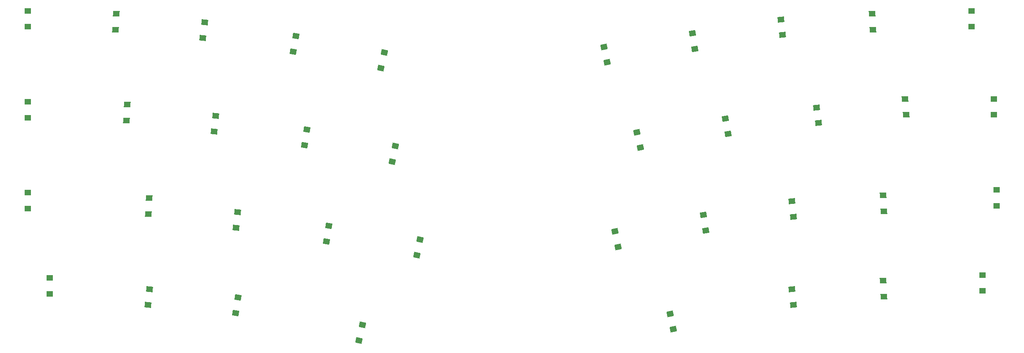
<source format=gbr>
%TF.GenerationSoftware,KiCad,Pcbnew,(6.0.4)*%
%TF.CreationDate,2022-10-12T07:30:41-07:00*%
%TF.ProjectId,tiddlywink,74696464-6c79-4776-996e-6b2e6b696361,rev?*%
%TF.SameCoordinates,Original*%
%TF.FileFunction,Paste,Bot*%
%TF.FilePolarity,Positive*%
%FSLAX46Y46*%
G04 Gerber Fmt 4.6, Leading zero omitted, Abs format (unit mm)*
G04 Created by KiCad (PCBNEW (6.0.4)) date 2022-10-12 07:30:41*
%MOMM*%
%LPD*%
G01*
G04 APERTURE LIST*
G04 Aperture macros list*
%AMRotRect*
0 Rectangle, with rotation*
0 The origin of the aperture is its center*
0 $1 length*
0 $2 width*
0 $3 Rotation angle, in degrees counterclockwise*
0 Add horizontal line*
21,1,$1,$2,0,0,$3*%
G04 Aperture macros list end*
%ADD10RotRect,1.200000X1.400000X99.000000*%
%ADD11RotRect,1.200000X1.400000X84.000000*%
%ADD12RotRect,1.200000X1.400000X81.000000*%
%ADD13R,1.400000X1.200000*%
%ADD14RotRect,1.200000X1.400000X93.000000*%
%ADD15RotRect,1.200000X1.400000X78.000000*%
%ADD16RotRect,1.200000X1.400000X102.000000*%
%ADD17RotRect,1.200000X1.400000X87.000000*%
%ADD18RotRect,1.200000X1.400000X96.000000*%
G04 APERTURE END LIST*
D10*
%TO.C,D17*%
X188384847Y-58829118D03*
X187852969Y-55470978D03*
%TD*%
D11*
%TO.C,D13*%
X77212992Y-58245422D03*
X77568388Y-54864048D03*
%TD*%
D12*
%TO.C,D14*%
X96770080Y-61210370D03*
X97301958Y-57852230D03*
%TD*%
%TO.C,D33*%
X81887255Y-97524463D03*
X82419133Y-94166323D03*
%TD*%
D11*
%TO.C,D3*%
X74831740Y-38004780D03*
X75187136Y-34623406D03*
%TD*%
D13*
%TO.C,D38*%
X243483017Y-92782889D03*
X243483017Y-89382889D03*
%TD*%
D14*
%TO.C,D9*%
X219759468Y-36225824D03*
X219581526Y-32830484D03*
%TD*%
D13*
%TO.C,D10*%
X241101765Y-35632841D03*
X241101765Y-32232841D03*
%TD*%
%TO.C,D31*%
X41671910Y-93378202D03*
X41671910Y-89978202D03*
%TD*%
%TO.C,D11*%
X36909406Y-55278170D03*
X36909406Y-51878170D03*
%TD*%
D15*
%TO.C,D15*%
X115732585Y-64766029D03*
X116439485Y-61440327D03*
%TD*%
D12*
%TO.C,D24*%
X101532584Y-82046325D03*
X102064462Y-78688185D03*
%TD*%
D14*
%TO.C,D37*%
X222140720Y-93971185D03*
X221962778Y-90575845D03*
%TD*%
D16*
%TO.C,D16*%
X169422342Y-61789464D03*
X168715442Y-58463762D03*
%TD*%
D17*
%TO.C,D12*%
X58251703Y-55871153D03*
X58429645Y-52475813D03*
%TD*%
D11*
%TO.C,D32*%
X62925480Y-95750141D03*
X63280876Y-92368767D03*
%TD*%
D18*
%TO.C,D18*%
X207941935Y-56459483D03*
X207586539Y-53078109D03*
%TD*%
D10*
%TO.C,D7*%
X181241091Y-40374415D03*
X180709213Y-37016275D03*
%TD*%
D14*
%TO.C,D29*%
X222140720Y-75516482D03*
X221962778Y-72121142D03*
%TD*%
D13*
%TO.C,D1*%
X36909406Y-35632841D03*
X36909406Y-32232841D03*
%TD*%
%TO.C,D20*%
X245864269Y-54682857D03*
X245864269Y-51282857D03*
%TD*%
D14*
%TO.C,D19*%
X226903224Y-54680527D03*
X226725282Y-51285187D03*
%TD*%
D18*
%TO.C,D28*%
X202584118Y-76700125D03*
X202228722Y-73318751D03*
%TD*%
D10*
%TO.C,D27*%
X183622343Y-79665073D03*
X183090465Y-76306933D03*
%TD*%
D18*
%TO.C,D8*%
X200202866Y-37409467D03*
X199847470Y-34028093D03*
%TD*%
D17*
%TO.C,D2*%
X55870451Y-36225824D03*
X56048393Y-32830484D03*
%TD*%
D16*
%TO.C,D26*%
X164659838Y-83220732D03*
X163952938Y-79895030D03*
%TD*%
D11*
%TO.C,D23*%
X81975496Y-79081377D03*
X82330892Y-75700003D03*
%TD*%
D16*
%TO.C,D6*%
X162278586Y-43334761D03*
X161571686Y-40009059D03*
%TD*%
D13*
%TO.C,D30*%
X246459582Y-74328186D03*
X246459582Y-70928186D03*
%TD*%
D15*
%TO.C,D25*%
X121090402Y-85006671D03*
X121797302Y-81680969D03*
%TD*%
D17*
%TO.C,D22*%
X63014207Y-76111795D03*
X63192149Y-72716455D03*
%TD*%
D18*
%TO.C,D36*%
X202584118Y-95750141D03*
X202228722Y-92368767D03*
%TD*%
D15*
%TO.C,D5*%
X113351333Y-44525387D03*
X114058233Y-41199685D03*
%TD*%
D16*
%TO.C,D35*%
X176566098Y-101080122D03*
X175859198Y-97754420D03*
%TD*%
D12*
%TO.C,D4*%
X94388828Y-40969728D03*
X94920706Y-37611588D03*
%TD*%
D15*
%TO.C,D34*%
X108588829Y-103461374D03*
X109295729Y-100135672D03*
%TD*%
D13*
%TO.C,D21*%
X36909406Y-74923499D03*
X36909406Y-71523499D03*
%TD*%
M02*

</source>
